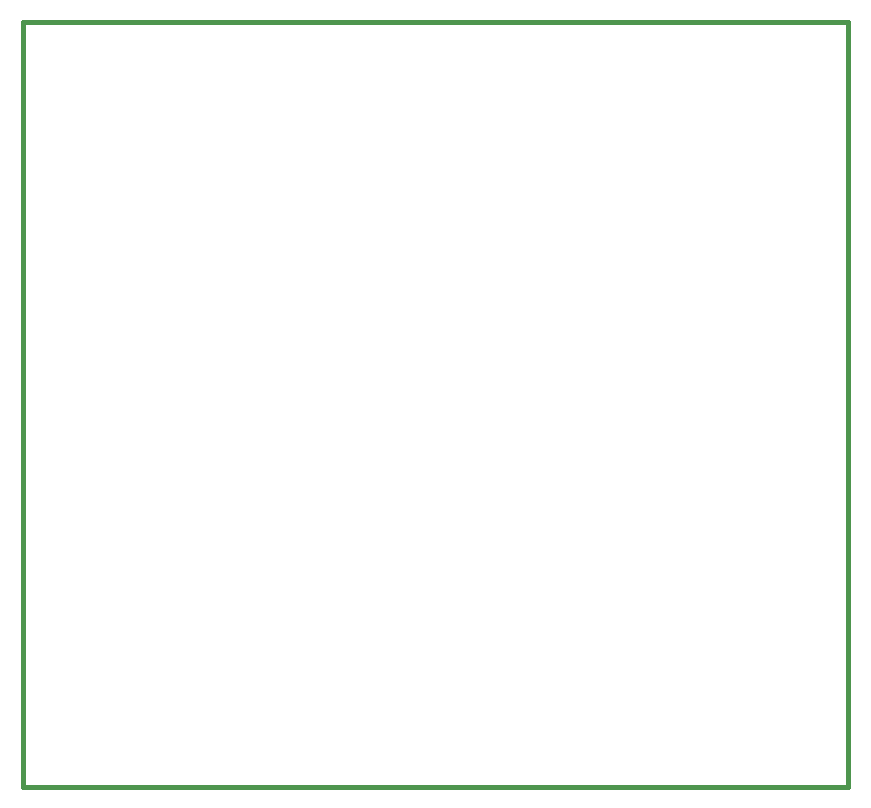
<source format=gbr>
G04 #@! TF.FileFunction,Profile,NP*
%FSLAX46Y46*%
G04 Gerber Fmt 4.6, Leading zero omitted, Abs format (unit mm)*
G04 Created by KiCad (PCBNEW 4.0.5+dfsg1-4+deb9u1) date Sun Sep  4 20:06:37 2022*
%MOMM*%
%LPD*%
G01*
G04 APERTURE LIST*
%ADD10C,0.100000*%
%ADD11C,0.381000*%
G04 APERTURE END LIST*
D10*
D11*
X182245000Y-68580000D02*
X112395000Y-68580000D01*
X182245000Y-92710000D02*
X182245000Y-68580000D01*
X182245000Y-133350000D02*
X182245000Y-92710000D01*
X112395000Y-133350000D02*
X182245000Y-133350000D01*
X112395000Y-68580000D02*
X112395000Y-133350000D01*
M02*

</source>
